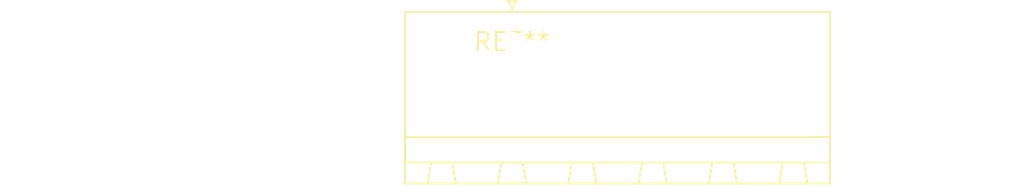
<source format=kicad_pcb>
(kicad_pcb (version 20240108) (generator pcbnew)
  (layers (0 "F.Cu" signal) (31 "B.Cu" signal) (34 "B.Paste" user) (35 "F.Paste" user) (36 "B.SilkS" user "B.Silkscreen") (37 "F.SilkS" user "F.Silkscreen") (38 "B.Mask" user) (39 "F.Mask" user) (44 "Edge.Cuts" user))
  (net 0 "")
  (footprint "PhoenixContact_MSTB_2,5_4-GF_1x04_P5.00mm_Horizontal_ThreadedFlange" (layer "F.Cu") (at 0 0)
    (property "Reference" "REF**")
    (property "Value" "PhoenixContact_MSTB_2,5_4-GF_1x04_P5.00mm_Horizontal_ThreadedFlange")
    (fp_line (start -7.61 -2.11) (end -7.61 10.11) (layer "F.SilkS") (stroke (width 0.12)))
    (fp_line (start -7.61 6.81) (end 22.61 6.81) (layer "F.SilkS") (stroke (width 0.12)))
    (fp_line (start -7.61 8.61) (end -7.61 6.81) (layer "F.SilkS") (stroke (width 0.12)))
    (fp_line (start -7.61 10.11) (end 22.61 10.11) (layer "F.SilkS") (stroke (width 0.12)))
    (fp_line (start -6 10.11) (end -4 10.11) (layer "F.SilkS") (stroke (width 0.12)))
    (fp_line (start -5.75 8.61) (end -6 10.11) (layer "F.SilkS") (stroke (width 0.12)))
    (fp_line (start -4.25 8.61) (end -5.75 8.61) (layer "F.SilkS") (stroke (width 0.12)))
    (fp_line (start -4 10.11) (end -4.25 8.61) (layer "F.SilkS") (stroke (width 0.12)))
    (fp_line (start -1 10.11) (end 1 10.11) (layer "F.SilkS") (stroke (width 0.12)))
    (fp_line (start -0.75 8.61) (end -1 10.11) (layer "F.SilkS") (stroke (width 0.12)))
    (fp_line (start -0.3 -2.91) (end 0.3 -2.91) (layer "F.SilkS") (stroke (width 0.12)))
    (fp_line (start 0 -2.31) (end -0.3 -2.91) (layer "F.SilkS") (stroke (width 0.12)))
    (fp_line (start 0.3 -2.91) (end 0 -2.31) (layer "F.SilkS") (stroke (width 0.12)))
    (fp_line (start 0.75 8.61) (end -0.75 8.61) (layer "F.SilkS") (stroke (width 0.12)))
    (fp_line (start 1 10.11) (end 0.75 8.61) (layer "F.SilkS") (stroke (width 0.12)))
    (fp_line (start 4 10.11) (end 6 10.11) (layer "F.SilkS") (stroke (width 0.12)))
    (fp_line (start 4.25 8.61) (end 4 10.11) (layer "F.SilkS") (stroke (width 0.12)))
    (fp_line (start 5.75 8.61) (end 4.25 8.61) (layer "F.SilkS") (stroke (width 0.12)))
    (fp_line (start 6 10.11) (end 5.75 8.61) (layer "F.SilkS") (stroke (width 0.12)))
    (fp_line (start 9 10.11) (end 11 10.11) (layer "F.SilkS") (stroke (width 0.12)))
    (fp_line (start 9.25 8.61) (end 9 10.11) (layer "F.SilkS") (stroke (width 0.12)))
    (fp_line (start 10.75 8.61) (end 9.25 8.61) (layer "F.SilkS") (stroke (width 0.12)))
    (fp_line (start 11 10.11) (end 10.75 8.61) (layer "F.SilkS") (stroke (width 0.12)))
    (fp_line (start 14 10.11) (end 16 10.11) (layer "F.SilkS") (stroke (width 0.12)))
    (fp_line (start 14.25 8.61) (end 14 10.11) (layer "F.SilkS") (stroke (width 0.12)))
    (fp_line (start 15.75 8.61) (end 14.25 8.61) (layer "F.SilkS") (stroke (width 0.12)))
    (fp_line (start 16 10.11) (end 15.75 8.61) (layer "F.SilkS") (stroke (width 0.12)))
    (fp_line (start 19 10.11) (end 21 10.11) (layer "F.SilkS") (stroke (width 0.12)))
    (fp_line (start 19.25 8.61) (end 19 10.11) (layer "F.SilkS") (stroke (width 0.12)))
    (fp_line (start 20.75 8.61) (end 19.25 8.61) (layer "F.SilkS") (stroke (width 0.12)))
    (fp_line (start 21 10.11) (end 20.75 8.61) (layer "F.SilkS") (stroke (width 0.12)))
    (fp_line (start 22.61 -2.11) (end -7.61 -2.11) (layer "F.SilkS") (stroke (width 0.12)))
    (fp_line (start 22.61 6.81) (end 22.61 8.61) (layer "F.SilkS") (stroke (width 0.12)))
    (fp_line (start 22.61 8.61) (end -7.61 8.61) (layer "F.SilkS") (stroke (width 0.12)))
    (fp_line (start 22.61 10.11) (end 22.61 -2.11) (layer "F.SilkS") (stroke (width 0.12)))
    (pad "1" thru_hole roundrect (at 0 0) (size 2 3.6) (drill 1.4) (layers *.Cu *.Mask) (remove_unused_layers) (roundrect_rratio 0.125))
    (pad "2" thru_hole oval (at 5 0) (size 2 3.6) (drill 1.4) (layers *.Cu *.Mask) (remove_unused_layers))
    (pad "3" thru_hole oval (at 10 0) (size 2 3.6) (drill 1.4) (layers *.Cu *.Mask) (remove_unused_layers))
    (pad "4" thru_hole oval (at 15 0) (size 2 3.6) (drill 1.4) (layers *.Cu *.Mask) (remove_unused_layers))
  )
)
</source>
